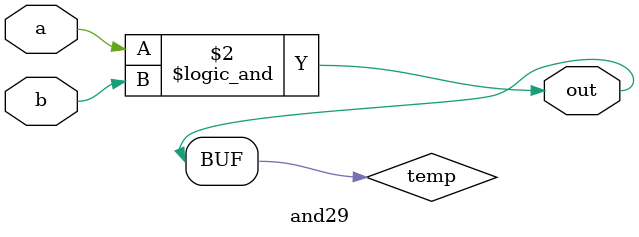
<source format=v>
module and29(
    input wire a,
    input wire b,
    output wire out
);

    reg temp;
    always @(*) begin
        temp = a && b;
    end
    
    assign out = temp;
endmodule

</source>
